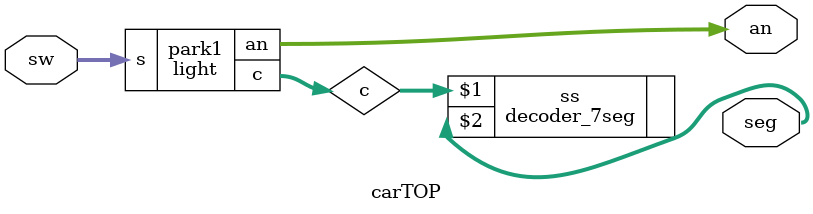
<source format=v>
module light(c,s,an);
input [4:0] s;
output reg [3:0] c;
output reg [3:0] an;
always @ (s)
begin
if (s[4]==1) an = 4'b1110;
else an = 4'b0000;
c <= s[3:0];
end
endmodule

module carTOP(sw,seg,an);
input [4:0] sw;
wire [3:0] c;
output [6:0] seg;
output [3:0] an;
light park1(.c(c),.s(sw[4:0]),.an(an));
decoder_7seg ss(c,seg);
endmodule

</source>
